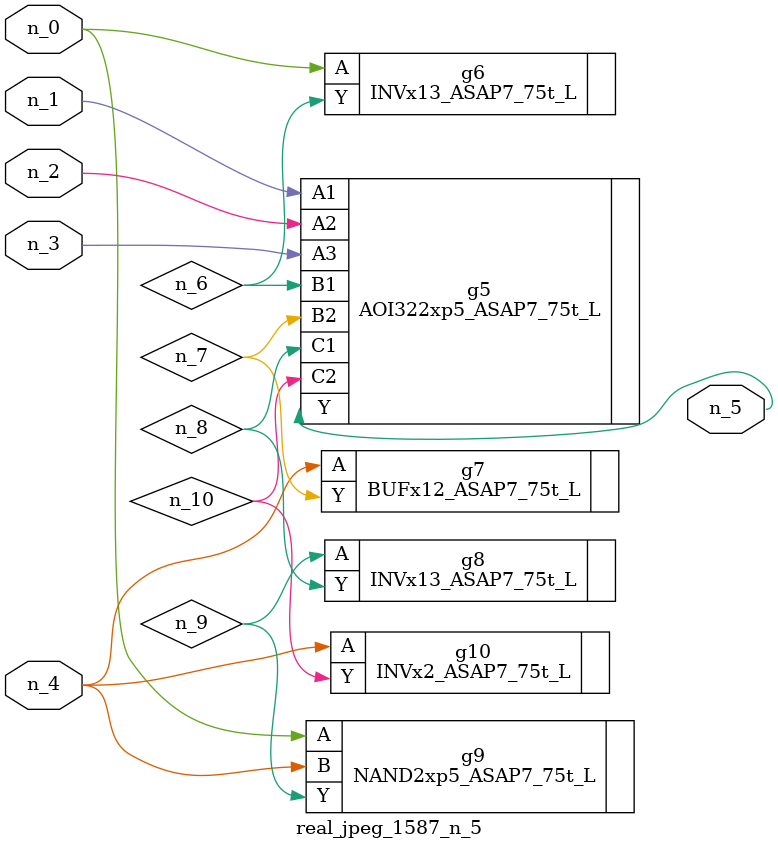
<source format=v>
module real_jpeg_1587_n_5 (n_4, n_0, n_1, n_2, n_3, n_5);

input n_4;
input n_0;
input n_1;
input n_2;
input n_3;

output n_5;

wire n_8;
wire n_6;
wire n_7;
wire n_10;
wire n_9;

INVx13_ASAP7_75t_L g6 ( 
.A(n_0),
.Y(n_6)
);

NAND2xp5_ASAP7_75t_L g9 ( 
.A(n_0),
.B(n_4),
.Y(n_9)
);

AOI322xp5_ASAP7_75t_L g5 ( 
.A1(n_1),
.A2(n_2),
.A3(n_3),
.B1(n_6),
.B2(n_7),
.C1(n_8),
.C2(n_10),
.Y(n_5)
);

BUFx12_ASAP7_75t_L g7 ( 
.A(n_4),
.Y(n_7)
);

INVx2_ASAP7_75t_L g10 ( 
.A(n_4),
.Y(n_10)
);

INVx13_ASAP7_75t_L g8 ( 
.A(n_9),
.Y(n_8)
);


endmodule
</source>
